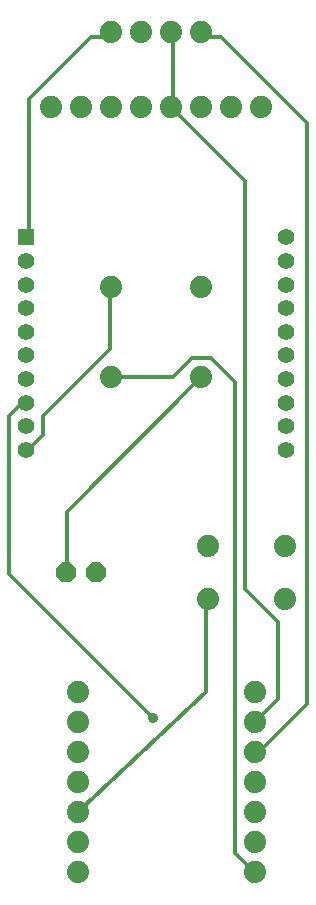
<source format=gbr>
G04 EAGLE Gerber RS-274X export*
G75*
%MOMM*%
%FSLAX34Y34*%
%LPD*%
%INTop Copper*%
%IPPOS*%
%AMOC8*
5,1,8,0,0,1.08239X$1,22.5*%
G01*
%ADD10C,1.879600*%
%ADD11P,1.814519X8X22.500000*%
%ADD12C,1.422400*%
%ADD13R,1.422400X1.422400*%
%ADD14C,0.304800*%
%ADD15C,0.914400*%


D10*
X98900Y241300D03*
X98900Y215900D03*
X98900Y190500D03*
X98900Y165100D03*
X98900Y139700D03*
X98900Y114300D03*
X98900Y88900D03*
X248900Y88900D03*
X248900Y114300D03*
X248900Y139700D03*
X248900Y165100D03*
X248900Y190500D03*
X248900Y215900D03*
X248900Y241300D03*
D11*
X88900Y342900D03*
X114300Y342900D03*
D10*
X127000Y584200D03*
X203200Y584200D03*
X127000Y508000D03*
X203200Y508000D03*
X208788Y365506D03*
X273812Y365506D03*
X208788Y320294D03*
X273812Y320294D03*
D12*
X55100Y446500D03*
X55100Y466500D03*
X55100Y486500D03*
X55100Y506500D03*
X55100Y526500D03*
X55100Y546500D03*
X55100Y566500D03*
X55100Y586500D03*
X55100Y606500D03*
D13*
X55100Y626500D03*
D12*
X275100Y446500D03*
X275100Y466500D03*
X275100Y486500D03*
X275100Y506500D03*
X275100Y526500D03*
X275100Y546500D03*
X275100Y566500D03*
X275100Y586500D03*
X275100Y606500D03*
X275100Y626500D03*
D10*
X254000Y736600D03*
X228600Y736600D03*
X203200Y736600D03*
X177800Y736600D03*
X152400Y736600D03*
X127000Y736600D03*
X101600Y736600D03*
X76200Y736600D03*
X127000Y800100D03*
X152400Y800100D03*
X177800Y800100D03*
X203200Y800100D03*
D14*
X125984Y581152D02*
X125984Y532384D01*
X69088Y475488D01*
X69088Y459232D01*
X56896Y447040D01*
X125984Y581152D02*
X127000Y584200D01*
X56896Y447040D02*
X55100Y446500D01*
X207264Y316992D02*
X207264Y241642D01*
X98900Y139700D01*
X207264Y316992D02*
X208788Y320294D01*
X56896Y629920D02*
X56896Y743712D01*
X109728Y796544D01*
X125984Y796544D01*
X56896Y629920D02*
X55100Y626500D01*
X125984Y796544D02*
X127000Y800100D01*
X178816Y796544D02*
X178816Y739648D01*
X177800Y736600D01*
X178816Y796544D02*
X177800Y800100D01*
X268224Y235712D02*
X251968Y219456D01*
X268224Y235712D02*
X268224Y300736D01*
X239776Y329184D01*
X239776Y674624D01*
X177800Y736600D01*
X251968Y219456D02*
X248900Y215900D01*
X251968Y191008D02*
X292608Y231648D01*
X292608Y723392D01*
X219456Y796544D01*
X203200Y796544D01*
X251968Y191008D02*
X248900Y190500D01*
X203200Y796544D02*
X203200Y800100D01*
X52832Y483616D02*
X48768Y483616D01*
X40640Y475488D01*
X40640Y341376D01*
X162560Y219456D01*
X52832Y483616D02*
X55100Y486500D01*
D15*
X162560Y219456D03*
D14*
X89408Y345440D02*
X89408Y394208D01*
X203200Y508000D01*
X89408Y345440D02*
X88900Y342900D01*
X127000Y508000D02*
X178816Y508000D01*
X195072Y524256D01*
X211328Y524256D01*
X231648Y503936D01*
X231648Y105664D01*
X247904Y89408D01*
X248900Y88900D01*
M02*

</source>
